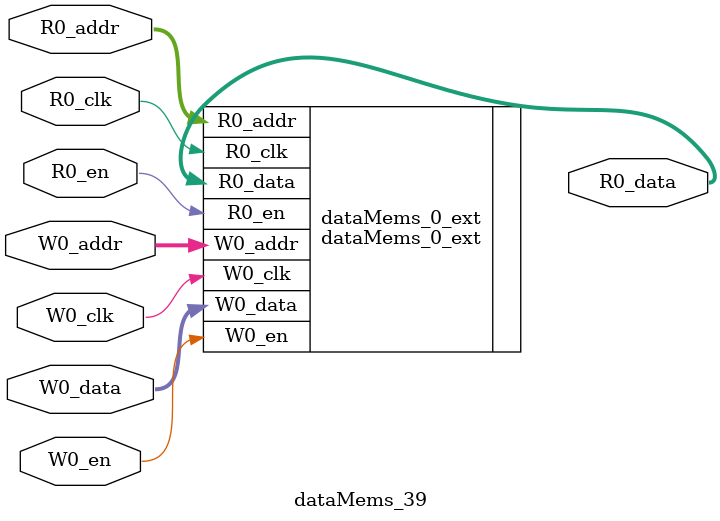
<source format=sv>
`ifndef RANDOMIZE
  `ifdef RANDOMIZE_REG_INIT
    `define RANDOMIZE
  `endif // RANDOMIZE_REG_INIT
`endif // not def RANDOMIZE
`ifndef RANDOMIZE
  `ifdef RANDOMIZE_MEM_INIT
    `define RANDOMIZE
  `endif // RANDOMIZE_MEM_INIT
`endif // not def RANDOMIZE

`ifndef RANDOM
  `define RANDOM $random
`endif // not def RANDOM

// Users can define 'PRINTF_COND' to add an extra gate to prints.
`ifndef PRINTF_COND_
  `ifdef PRINTF_COND
    `define PRINTF_COND_ (`PRINTF_COND)
  `else  // PRINTF_COND
    `define PRINTF_COND_ 1
  `endif // PRINTF_COND
`endif // not def PRINTF_COND_

// Users can define 'ASSERT_VERBOSE_COND' to add an extra gate to assert error printing.
`ifndef ASSERT_VERBOSE_COND_
  `ifdef ASSERT_VERBOSE_COND
    `define ASSERT_VERBOSE_COND_ (`ASSERT_VERBOSE_COND)
  `else  // ASSERT_VERBOSE_COND
    `define ASSERT_VERBOSE_COND_ 1
  `endif // ASSERT_VERBOSE_COND
`endif // not def ASSERT_VERBOSE_COND_

// Users can define 'STOP_COND' to add an extra gate to stop conditions.
`ifndef STOP_COND_
  `ifdef STOP_COND
    `define STOP_COND_ (`STOP_COND)
  `else  // STOP_COND
    `define STOP_COND_ 1
  `endif // STOP_COND
`endif // not def STOP_COND_

// Users can define INIT_RANDOM as general code that gets injected into the
// initializer block for modules with registers.
`ifndef INIT_RANDOM
  `define INIT_RANDOM
`endif // not def INIT_RANDOM

// If using random initialization, you can also define RANDOMIZE_DELAY to
// customize the delay used, otherwise 0.002 is used.
`ifndef RANDOMIZE_DELAY
  `define RANDOMIZE_DELAY 0.002
`endif // not def RANDOMIZE_DELAY

// Define INIT_RANDOM_PROLOG_ for use in our modules below.
`ifndef INIT_RANDOM_PROLOG_
  `ifdef RANDOMIZE
    `ifdef VERILATOR
      `define INIT_RANDOM_PROLOG_ `INIT_RANDOM
    `else  // VERILATOR
      `define INIT_RANDOM_PROLOG_ `INIT_RANDOM #`RANDOMIZE_DELAY begin end
    `endif // VERILATOR
  `else  // RANDOMIZE
    `define INIT_RANDOM_PROLOG_
  `endif // RANDOMIZE
`endif // not def INIT_RANDOM_PROLOG_

// Include register initializers in init blocks unless synthesis is set
`ifndef SYNTHESIS
  `ifndef ENABLE_INITIAL_REG_
    `define ENABLE_INITIAL_REG_
  `endif // not def ENABLE_INITIAL_REG_
`endif // not def SYNTHESIS

// Include rmemory initializers in init blocks unless synthesis is set
`ifndef SYNTHESIS
  `ifndef ENABLE_INITIAL_MEM_
    `define ENABLE_INITIAL_MEM_
  `endif // not def ENABLE_INITIAL_MEM_
`endif // not def SYNTHESIS

module dataMems_39(	// @[generators/ara/src/main/scala/UnsafeAXI4ToTL.scala:365:62]
  input  [4:0]   R0_addr,
  input          R0_en,
  input          R0_clk,
  output [130:0] R0_data,
  input  [4:0]   W0_addr,
  input          W0_en,
  input          W0_clk,
  input  [130:0] W0_data
);

  dataMems_0_ext dataMems_0_ext (	// @[generators/ara/src/main/scala/UnsafeAXI4ToTL.scala:365:62]
    .R0_addr (R0_addr),
    .R0_en   (R0_en),
    .R0_clk  (R0_clk),
    .R0_data (R0_data),
    .W0_addr (W0_addr),
    .W0_en   (W0_en),
    .W0_clk  (W0_clk),
    .W0_data (W0_data)
  );
endmodule


</source>
